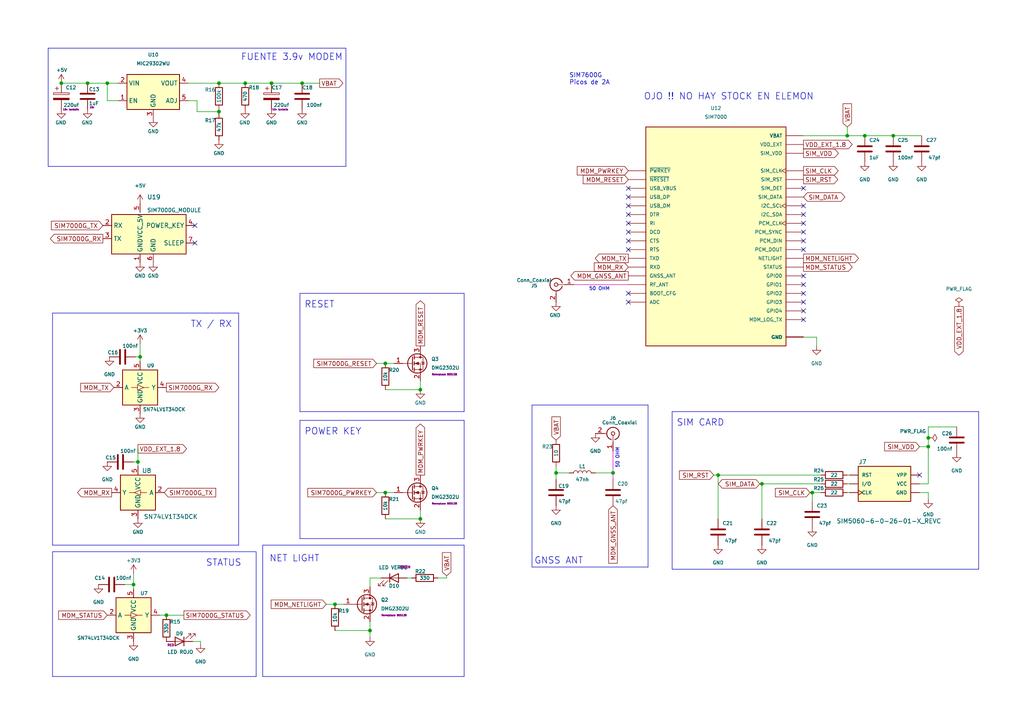
<source format=kicad_sch>
(kicad_sch (version 20230121) (generator eeschema)
  (paper "A4")
  (lib_symbols
    (symbol "Connector:Conn_Coaxial" (pin_names (offset 1.016) hide)
      (property "Reference" "J" (at 0.254 3.048 0))
      (property "Value" "Conn_Coaxial" (at 2.921 0 90))
      (symbol "Conn_Coaxial_0_1"
        (arc (start -1.778 -0.508) (mid 0.222 -1.808) (end 1.778 0) (stroke (width 0.254)))
        (polyline (pts (xy -2.54 0) (xy -0.508 0)))
        (polyline (pts (xy 0 -2.54) (xy 0 -1.778)))
        (circle (center 0 0) (radius 0.508) (stroke (width 0.2032)))
        (arc (start 1.778 0) (mid 0.222 1.8083) (end -1.778 0.508) (stroke (width 0.254)))
      )
      (symbol "Conn_Coaxial_1_1"
        (pin passive line (at -5.08 0 0) (length 2.54) (name "In") (number "1"))
        (pin passive line (at 0 -5.08 90) (length 2.54) (name "Ext") (number "2"))
      )
    )
    (symbol "Device:C" (pin_numbers hide) (pin_names (offset 0.254))
      (property "Reference" "C" (at 0.635 2.54 0))
      (property "Value" "C" (at 0.635 -2.54 0))
      (symbol "C_0_1"
        (polyline (pts (xy -2.032 -0.762) (xy 2.032 -0.762)) (stroke (width 0.508)))
        (polyline (pts (xy -2.032 0.762) (xy 2.032 0.762)) (stroke (width 0.508)))
      )
      (symbol "C_1_1"
        (pin passive line (at 0 3.81 270) (length 2.794) (name "~") (number "1"))
        (pin passive line (at 0 -3.81 90) (length 2.794) (name "~") (number "2"))
      )
    )
    (symbol "Device:C_Polarized" (pin_numbers hide) (pin_names (offset 0.254))
      (property "Reference" "C" (at 0.635 2.54 0))
      (property "Value" "C_Polarized" (at 0.635 -2.54 0))
      (symbol "C_Polarized_0_1"
        (rectangle (start -2.286 0.508) (end 2.286 1.016))
        (polyline (pts (xy -1.778 2.286) (xy -0.762 2.286)))
        (polyline (pts (xy -1.27 2.794) (xy -1.27 1.778)))
        (rectangle (start 2.286 -0.508) (end -2.286 -1.016) (fill (type outline)))
      )
      (symbol "C_Polarized_1_1"
        (pin passive line (at 0 3.81 270) (length 2.794) (name "~") (number "1"))
        (pin passive line (at 0 -3.81 90) (length 2.794) (name "~") (number "2"))
      )
    )
    (symbol "Device:L" (pin_numbers hide) (pin_names (offset 1.016) hide)
      (property "Reference" "L" (at -1.27 0 90))
      (property "Value" "L" (at 1.905 0 90))
      (symbol "L_0_1"
        (arc (start 0 -2.54) (mid 0.6323 -1.905) (end 0 -1.27))
        (arc (start 0 -1.27) (mid 0.6323 -0.635) (end 0 0))
        (arc (start 0 0) (mid 0.6323 0.635) (end 0 1.27))
        (arc (start 0 1.27) (mid 0.6323 1.905) (end 0 2.54))
      )
      (symbol "L_1_1"
        (pin passive line (at 0 3.81 270) (length 1.27) (name "1") (number "1"))
        (pin passive line (at 0 -3.81 90) (length 1.27) (name "2") (number "2"))
      )
    )
    (symbol "Device:LED" (pin_numbers hide) (pin_names (offset 1.016) hide)
      (property "Reference" "D" (at 0 2.54 0))
      (property "Value" "LED" (at 0 -2.54 0))
      (symbol "LED_0_1"
        (polyline (pts (xy -1.27 -1.27) (xy -1.27 1.27)) (stroke (width 0.254)))
        (polyline (pts (xy -1.27 0) (xy 1.27 0)))
        (polyline (pts (xy 1.27 -1.27) (xy 1.27 1.27) (xy -1.27 0) (xy 1.27 -1.27)) (stroke (width 0.254)))
        (polyline (pts (xy -3.048 -0.762) (xy -4.572 -2.286) (xy -3.81 -2.286) (xy -4.572 -2.286) (xy -4.572 -1.524)))
        (polyline (pts (xy -1.778 -0.762) (xy -3.302 -2.286) (xy -2.54 -2.286) (xy -3.302 -2.286) (xy -3.302 -1.524)))
      )
      (symbol "LED_1_1"
        (pin passive line (at -3.81 0 0) (length 2.54) (name "K") (number "1"))
        (pin passive line (at 3.81 0 180) (length 2.54) (name "A") (number "2"))
      )
    )
    (symbol "Device:R" (pin_numbers hide) (pin_names (offset 0))
      (property "Reference" "R" (at 2.032 0 90))
      (property "Value" "R" (at 0 0 90))
      (symbol "R_0_1"
        (rectangle (start -1.016 -2.54) (end 1.016 2.54) (stroke (width 0.254)))
      )
      (symbol "R_1_1"
        (pin passive line (at 0 3.81 270) (length 1.27) (name "~") (number "1"))
        (pin passive line (at 0 -3.81 90) (length 1.27) (name "~") (number "2"))
      )
    )
    (symbol "Logic_LevelTranslator:SN74LV1T34DCK"
      (property "Reference" "U" (at 5.08 6.35 0))
      (property "Value" "SN74LV1T34DCK" (at 5.08 3.81 0))
      (symbol "SN74LV1T34DCK_0_1"
        (rectangle (start -5.08 5.08) (end 5.08 -5.08) (stroke (width 0.254)) (fill (type background)))
        (polyline (pts (xy -0.762 0) (xy -2.54 0)))
        (polyline (pts (xy 1.016 0) (xy 2.54 0)))
      )
      (symbol "SN74LV1T34DCK_1_1"
        (polyline (pts (xy -0.762 -0.762) (xy -0.762 0.762) (xy 1.016 0) (xy -0.762 -0.762)))
        (pin no_connect line (at -5.08 2.54 0) (length 2.54) hide (name "NC") (number "1"))
        (pin input line (at -7.62 0 0) (length 2.54) (name "A") (number "2"))
        (pin power_in line (at 0 -7.62 90) (length 2.54) (name "GND") (number "3"))
        (pin output line (at 7.62 0 180) (length 2.54) (name "Y") (number "4"))
        (pin power_in line (at 0 7.62 270) (length 2.54) (name "VCC") (number "5"))
      )
    )
    (symbol "Mi Libreria:SIM5060-6-0-26-01-X_REVC" (pin_numbers hide) (pin_names (offset 1.016))
      (property "Reference" "J" (at -7.62 5.588 0))
      (property "Value" "SIM5060-6-0-26-01-X_REVC" (at -7.62 -7.62 0))
      (symbol "SIM5060-6-0-26-01-X_REVC_0_0"
        (rectangle (start -7.62 -5.08) (end 7.62 5.08) (stroke (width 0.254)) (fill (type background)))
        (pin power_in line (at 10.16 0 180) (length 2.54) (name "VCC") (number "C1"))
        (pin input line (at -10.16 2.54 0) (length 2.54) (name "RST") (number "C2"))
        (pin bidirectional clock (at -10.16 -2.54 0) (length 2.54) (name "CLK") (number "C3"))
        (pin power_in line (at 10.16 -2.54 180) (length 2.54) (name "GND") (number "C5"))
        (pin power_in line (at 10.16 2.54 180) (length 2.54) (name "VPP") (number "C6"))
        (pin bidirectional line (at -10.16 0 0) (length 2.54) (name "I/O") (number "C7"))
      )
    )
    (symbol "Mi Libreria:SIM7000" (pin_numbers hide) (pin_names (offset 1.016))
      (property "Reference" "U" (at -20.3454 34.3408 0))
      (property "Value" "SIM7000" (at -20.3454 -33.0708 0))
      (symbol "SIM7000_0_0"
        (rectangle (start -20.32 -30.48) (end 20.32 33.02) (stroke (width 0.254)) (fill (type background)))
        (pin input line (at -25.4 20.32 0) (length 5.08) (name "~{PWRKEY}") (number "1"))
        (pin input line (at -25.4 -7.62 0) (length 5.08) (name "RXD") (number "10"))
        (pin output clock (at 25.4 5.08 180) (length 5.08) (name "PCM_CLK") (number "11"))
        (pin output line (at 25.4 2.54 180) (length 5.08) (name "PCM_SYNC") (number "12"))
        (pin input line (at 25.4 0 180) (length 5.08) (name "PCM_DIN") (number "13"))
        (pin output line (at 25.4 -2.54 180) (length 5.08) (name "PCM_DOUT") (number "14"))
        (pin power_in line (at 25.4 27.94 180) (length 5.08) (name "VDD_EXT") (number "15"))
        (pin input line (at -25.4 17.78 0) (length 5.08) (name "~{NRESET}") (number "16"))
        (pin power_in line (at 25.4 -27.94 180) (length 5.08) (name "GND") (number "17"))
        (pin power_in line (at 25.4 -27.94 180) (length 5.08) (name "GND") (number "18"))
        (pin power_in line (at 25.4 -27.94 180) (length 5.08) (name "GND") (number "2"))
        (pin output line (at 25.4 -22.86 180) (length 5.08) (name "MDM_LOG_TX") (number "23"))
        (pin input line (at -25.4 15.24 0) (length 5.08) (name "USB_VBUS") (number "24"))
        (pin input line (at -25.4 -17.78 0) (length 5.08) (name "ADC") (number "25"))
        (pin bidirectional line (at -25.4 12.7 0) (length 5.08) (name "USB_DP") (number "27"))
        (pin bidirectional line (at -25.4 10.16 0) (length 5.08) (name "USB_DM") (number "28"))
        (pin power_in line (at 25.4 -27.94 180) (length 5.08) (name "GND") (number "29"))
        (pin input line (at -25.4 7.62 0) (length 5.08) (name "DTR") (number "3"))
        (pin power_in line (at 25.4 25.4 180) (length 5.08) (name "SIM_VDD") (number "30"))
        (pin bidirectional line (at 25.4 12.7 180) (length 5.08) (name "SIM_DATA") (number "31"))
        (pin output clock (at 25.4 20.32 180) (length 5.08) (name "SIM_CLK") (number "32"))
        (pin output line (at 25.4 17.78 180) (length 5.08) (name "SIM_RST") (number "33"))
        (pin input line (at 25.4 15.24 180) (length 5.08) (name "SIM_DET") (number "34"))
        (pin bidirectional line (at 25.4 7.62 180) (length 5.08) (name "I2C_SDA") (number "37"))
        (pin output clock (at 25.4 10.16 180) (length 5.08) (name "I2C_SCL") (number "38"))
        (pin power_in line (at 25.4 -27.94 180) (length 5.08) (name "GND") (number "39"))
        (pin output line (at -25.4 5.08 0) (length 5.08) (name "RI") (number "4"))
        (pin power_in line (at 25.4 -27.94 180) (length 5.08) (name "GND") (number "45"))
        (pin power_in line (at 25.4 -27.94 180) (length 5.08) (name "GND") (number "46"))
        (pin bidirectional line (at 25.4 -20.32 180) (length 5.08) (name "GPIO4") (number "48"))
        (pin bidirectional line (at 25.4 -12.7 180) (length 5.08) (name "GPIO1") (number "49"))
        (pin output line (at -25.4 2.54 0) (length 5.08) (name "DCD") (number "5"))
        (pin bidirectional line (at 25.4 -10.16 180) (length 5.08) (name "GPIO0") (number "50"))
        (pin output line (at 25.4 -5.08 180) (length 5.08) (name "NETLIGHT") (number "52"))
        (pin input line (at -25.4 -10.16 0) (length 5.08) (name "GNSS_ANT") (number "53"))
        (pin power_in line (at 25.4 -27.94 180) (length 5.08) (name "GND") (number "54"))
        (pin power_in line (at 25.4 30.48 180) (length 5.08) (name "VBAT") (number "55"))
        (pin power_in line (at 25.4 30.48 180) (length 5.08) (name "VBAT") (number "56"))
        (pin power_in line (at 25.4 30.48 180) (length 5.08) (name "VBAT") (number "57"))
        (pin power_in line (at 25.4 -27.94 180) (length 5.08) (name "GND") (number "58"))
        (pin power_in line (at 25.4 -27.94 180) (length 5.08) (name "GND") (number "59"))
        (pin input line (at -25.4 -15.24 0) (length 5.08) (name "BOOT_CFG") (number "6"))
        (pin bidirectional line (at -25.4 -12.7 0) (length 5.08) (name "RF_ANT") (number "60"))
        (pin power_in line (at 25.4 -27.94 180) (length 5.08) (name "GND") (number "61"))
        (pin power_in line (at 25.4 -27.94 180) (length 5.08) (name "GND") (number "62"))
        (pin power_in line (at 25.4 -27.94 180) (length 5.08) (name "GND") (number "63"))
        (pin power_in line (at 25.4 -27.94 180) (length 5.08) (name "GND") (number "64"))
        (pin power_in line (at 25.4 -27.94 180) (length 5.08) (name "GND") (number "65"))
        (pin output line (at 25.4 -7.62 180) (length 5.08) (name "STATUS") (number "66"))
        (pin bidirectional line (at 25.4 -15.24 180) (length 5.08) (name "GPIO2") (number "67"))
        (pin bidirectional line (at 25.4 -17.78 180) (length 5.08) (name "GPIO3") (number "68"))
        (pin output line (at -25.4 0 0) (length 5.08) (name "CTS") (number "7"))
        (pin input line (at -25.4 -2.54 0) (length 5.08) (name "RTS") (number "8"))
        (pin output line (at -25.4 -5.08 0) (length 5.08) (name "TXD") (number "9"))
      )
    )
    (symbol "Mi Libreria:SIM7000G_MODULE"
      (property "Reference" "U" (at -8.89 6.35 0))
      (property "Value" "SIM7000G_MODULE" (at -10.16 -8.89 0))
      (symbol "SIM7000G_MODULE_0_1"
        (rectangle (start -6.35 6.35) (end 15.24 -5.08) (stroke (width 0.254)) (fill (type background)))
      )
      (symbol "SIM7000G_MODULE_1_1"
        (pin power_in line (at 1.905 -7.62 90) (length 2.54) (name "GND") (number "1"))
        (pin bidirectional line (at -8.89 3.175 0) (length 2.54) (name "RX") (number "2"))
        (pin bidirectional line (at -8.89 -0.635 0) (length 2.54) (name "TX") (number "3"))
        (pin input line (at 17.78 3.175 180) (length 2.54) (name "POWER_KEY") (number "4"))
        (pin power_in line (at 1.905 9.525 270) (length 2.54) (name "VCC_5V") (number "5"))
        (pin power_in line (at 5.715 -7.62 90) (length 2.54) (name "GND") (number "6"))
        (pin input line (at 17.78 -1.905 180) (length 2.54) (name "SLEEP") (number "7"))
      )
    )
    (symbol "Regulator_Linear:MIC29302WU"
      (property "Reference" "U" (at -6.35 6.35 0))
      (property "Value" "MIC29302WU" (at 2.54 6.35 0))
      (symbol "MIC29302WU_1_1"
        (rectangle (start -7.62 5.08) (end 7.62 -5.08) (stroke (width 0.254)) (fill (type background)))
        (pin input line (at -10.16 -2.54 0) (length 2.54) (name "EN") (number "1"))
        (pin power_in line (at -10.16 2.54 0) (length 2.54) (name "VIN") (number "2"))
        (pin power_in line (at 0 -7.62 90) (length 2.54) (name "GND") (number "3"))
        (pin power_out line (at 10.16 2.54 180) (length 2.54) (name "VOUT") (number "4"))
        (pin input line (at 10.16 -2.54 180) (length 2.54) (name "ADJ") (number "5"))
      )
    )
    (symbol "Transistor_FET:DMG2302U" (pin_names hide)
      (property "Reference" "Q" (at 5.08 1.905 0))
      (property "Value" "DMG2302U" (at 5.08 0 0))
      (symbol "DMG2302U_0_1"
        (polyline (pts (xy 0.254 0) (xy -2.54 0)))
        (polyline (pts (xy 0.254 1.905) (xy 0.254 -1.905)) (stroke (width 0.254)))
        (polyline (pts (xy 0.762 -1.27) (xy 0.762 -2.286)) (stroke (width 0.254)))
        (polyline (pts (xy 0.762 0.508) (xy 0.762 -0.508)) (stroke (width 0.254)))
        (polyline (pts (xy 0.762 2.286) (xy 0.762 1.27)) (stroke (width 0.254)))
        (polyline (pts (xy 2.54 2.54) (xy 2.54 1.778)))
        (polyline (pts (xy 2.54 -2.54) (xy 2.54 0) (xy 0.762 0)))
        (polyline (pts (xy 0.762 -1.778) (xy 3.302 -1.778) (xy 3.302 1.778) (xy 0.762 1.778)))
        (polyline (pts (xy 1.016 0) (xy 2.032 0.381) (xy 2.032 -0.381) (xy 1.016 0)) (fill (type outline)))
        (polyline (pts (xy 2.794 0.508) (xy 2.921 0.381) (xy 3.683 0.381) (xy 3.81 0.254)))
        (polyline (pts (xy 3.302 0.381) (xy 2.921 -0.254) (xy 3.683 -0.254) (xy 3.302 0.381)))
        (circle (center 1.651 0) (radius 2.794) (stroke (width 0.254)))
        (circle (center 2.54 -1.778) (radius 0.254) (fill (type outline)))
        (circle (center 2.54 1.778) (radius 0.254) (fill (type outline)))
      )
      (symbol "DMG2302U_1_1"
        (pin input line (at -5.08 0 0) (length 2.54) (name "G") (number "1"))
        (pin passive line (at 2.54 -5.08 90) (length 2.54) (name "S") (number "2"))
        (pin passive line (at 2.54 5.08 270) (length 2.54) (name "D") (number "3"))
      )
    )
    (symbol "power:+3.3V" (power) (pin_names (offset 0))
      (property "Value" "+3.3V" (at 0 3.556 0))
      (symbol "+3.3V_0_1"
        (polyline (pts (xy -0.762 1.27) (xy 0 2.54)))
        (polyline (pts (xy 0 0) (xy 0 2.54)))
        (polyline (pts (xy 0 2.54) (xy 0.762 1.27)))
      )
      (symbol "+3.3V_1_1"
        (pin power_in line (at 0 0 90) (length 0) hide (name "+3V3") (number "1"))
      )
    )
    (symbol "power:+5V" (power) (pin_names (offset 0))
      (property "Value" "+5V" (at 0 3.556 0))
      (symbol "+5V_0_1"
        (polyline (pts (xy -0.762 1.27) (xy 0 2.54)))
        (polyline (pts (xy 0 0) (xy 0 2.54)))
        (polyline (pts (xy 0 2.54) (xy 0.762 1.27)))
      )
      (symbol "+5V_1_1"
        (pin power_in line (at 0 0 90) (length 0) hide (name "+5V") (number "1"))
      )
    )
    (symbol "power:GND" (power) (pin_names (offset 0))
      (property "Value" "GND" (at 0 -3.81 0))
      (symbol "GND_0_1"
        (polyline (pts (xy 0 0) (xy 0 -1.27) (xy 1.27 -1.27) (xy 0 -2.54) (xy -1.27 -1.27) (xy 0 -1.27)))
      )
      (symbol "GND_1_1"
        (pin power_in line (at 0 0 270) (length 0) hide (name "GND") (number "1"))
      )
    )
    (symbol "power:PWR_FLAG" (power) (pin_numbers hide) (pin_names (offset 0) hide)
      (property "Value" "PWR_FLAG" (at 0 3.81 0))
      (symbol "PWR_FLAG_0_0"
        (pin power_out line (at 0 0 90) (length 0) (name "pwr") (number "1"))
      )
      (symbol "PWR_FLAG_0_1"
        (polyline (pts (xy 0 0) (xy 0 1.27) (xy -1.016 1.905) (xy 0 2.54) (xy 1.016 1.905) (xy 0 1.27)))
      )
    )
  )
  (junction (at 111.76 105.41))
  (junction (at 121.92 113.03))
  (junction (at 78.74 24.13))
  (junction (at 177.8 137.16))
  (junction (at 63.5 24.13))
  (junction (at 269.24 129.54))
  (junction (at 25.4 24.13))
  (junction (at 40.005 133.985))
  (junction (at 31.115 24.13))
  (junction (at 245.745 39.37))
  (junction (at 17.78 24.13))
  (junction (at 40.64 103.505))
  (junction (at 161.29 137.16))
  (junction (at 250.825 39.37))
  (junction (at 71.12 24.13))
  (junction (at 111.76 142.875))
  (junction (at 48.26 178.435))
  (junction (at 259.08 39.37))
  (junction (at 269.24 127))
  (junction (at 220.98 140.335))
  (junction (at 97.155 175.26))
  (junction (at 87.63 24.13))
  (junction (at 235.585 142.875))
  (junction (at 121.92 150.495))
  (junction (at 63.5 32.385))
  (junction (at 107.315 182.88))
  (junction (at 208.28 137.795))
  (junction (at 38.735 169.545))
  (no_connect (at 266.7 137.795))
  (no_connect (at 56.515 65.405))
  (no_connect (at 56.515 70.485))
  (no_connect (at 182.245 87.63))
  (no_connect (at 182.245 85.09))
  (no_connect (at 233.045 54.61))
  (no_connect (at 233.045 92.71))
  (no_connect (at 233.045 90.17))
  (no_connect (at 233.045 87.63))
  (no_connect (at 233.045 85.09))
  (no_connect (at 233.045 82.55))
  (no_connect (at 233.045 80.01))
  (no_connect (at 233.045 72.39))
  (no_connect (at 233.045 69.85))
  (no_connect (at 233.045 67.31))
  (no_connect (at 233.045 64.77))
  (no_connect (at 233.045 62.23))
  (no_connect (at 233.045 59.69))
  (no_connect (at 182.245 72.39))
  (no_connect (at 182.245 54.61))
  (no_connect (at 182.245 59.69))
  (no_connect (at 182.245 57.15))
  (no_connect (at 182.245 67.31))
  (no_connect (at 182.245 69.85))
  (no_connect (at 182.245 64.77))
  (no_connect (at 182.245 62.23))
  (polyline (pts (xy 15.24 160.02) (xy 74.295 160.02)))
  (wire (pts (xy 40.64 103.505) (xy 40.64 104.775)))
  (polyline (pts (xy 134.62 121.92) (xy 134.62 156.21)))
  (wire (pts (xy 235.585 142.875) (xy 234.95 142.875)))
  (polyline (pts (xy 134.62 158.115) (xy 76.2 158.115)))
  (polyline (pts (xy 76.2 196.215) (xy 134.62 196.215)))
  (wire (pts (xy 207.01 137.795) (xy 208.28 137.795)))
  (wire (pts (xy 38.735 169.545) (xy 38.735 170.815)))
  (polyline (pts (xy 86.995 119.38) (xy 86.995 85.09)))
  (wire (pts (xy 266.7 129.54) (xy 269.24 129.54)))
  (wire (pts (xy 269.24 127) (xy 269.24 129.54)))
  (wire (pts (xy 208.28 137.795) (xy 208.28 150.495)))
  (wire (pts (xy 78.74 24.13) (xy 87.63 24.13)))
  (wire (pts (xy 17.78 24.13) (xy 25.4 24.13)))
  (wire (pts (xy 245.745 39.37) (xy 250.825 39.37)))
  (polyline (pts (xy 86.995 85.09) (xy 134.62 85.09)))
  (wire (pts (xy 245.745 137.795) (xy 246.38 137.795)))
  (wire (pts (xy 250.825 39.37) (xy 259.08 39.37)))
  (wire (pts (xy 39.37 103.505) (xy 40.64 103.505)))
  (wire (pts (xy 111.76 113.03) (xy 121.92 113.03)))
  (wire (pts (xy 177.8 137.16) (xy 177.8 139.065)) (stroke (width 0) (color 194 0 194 1)))
  (polyline (pts (xy 100.33 48.26) (xy 13.97 48.26)))
  (wire (pts (xy 57.15 32.385) (xy 57.15 29.21)))
  (wire (pts (xy 107.315 182.88) (xy 107.315 184.785)))
  (polyline (pts (xy 13.97 13.97) (xy 100.33 13.97)))
  (polyline (pts (xy 15.24 90.805) (xy 69.215 90.805)))
  (polyline (pts (xy 15.24 90.805) (xy 15.24 158.115)))
  (wire (pts (xy 161.29 139.065) (xy 161.29 137.16)))
  (polyline (pts (xy 86.995 156.21) (xy 86.995 121.92)))
  (wire (pts (xy 269.24 142.875) (xy 269.24 144.78)))
  (wire (pts (xy 245.745 142.875) (xy 246.38 142.875)))
  (wire (pts (xy 94.615 175.26) (xy 97.155 175.26)))
  (wire (pts (xy 111.76 142.875) (xy 114.3 142.875)))
  (wire (pts (xy 87.63 24.13) (xy 92.71 24.13)))
  (wire (pts (xy 177.8 130.81) (xy 177.8 137.16)) (stroke (width 0) (color 194 0 194 1)))
  (wire (pts (xy 269.24 140.335) (xy 266.7 140.335)))
  (wire (pts (xy 63.5 24.13) (xy 71.12 24.13)))
  (wire (pts (xy 238.125 142.875) (xy 235.585 142.875)))
  (wire (pts (xy 109.22 142.875) (xy 111.76 142.875)))
  (wire (pts (xy 220.98 140.335) (xy 220.98 150.495)))
  (wire (pts (xy 277.495 123.825) (xy 269.24 123.825)))
  (wire (pts (xy 57.15 29.21) (xy 54.61 29.21)))
  (wire (pts (xy 208.28 137.795) (xy 238.125 137.795)))
  (wire (pts (xy 245.745 36.83) (xy 245.745 39.37)))
  (wire (pts (xy 236.855 100.33) (xy 236.855 97.79)))
  (polyline (pts (xy 74.295 196.215) (xy 15.24 196.215)))
  (polyline (pts (xy 187.96 117.475) (xy 187.96 164.465)))
  (polyline (pts (xy 15.24 160.02) (xy 15.24 196.215)))
  (wire (pts (xy 25.4 24.13) (xy 31.115 24.13)))
  (polyline (pts (xy 194.945 165.1) (xy 283.845 165.1)))
  (wire (pts (xy 58.166 186.055) (xy 58.166 186.817)))
  (wire (pts (xy 63.5 32.385) (xy 63.5 33.02)))
  (wire (pts (xy 259.08 39.37) (xy 267.335 39.37)))
  (polyline (pts (xy 100.33 13.97) (xy 100.33 48.26)))
  (polyline (pts (xy 283.845 119.38) (xy 194.945 119.38)))
  (wire (pts (xy 40.005 130.175) (xy 40.005 133.985)))
  (wire (pts (xy 40.005 133.985) (xy 40.005 135.255)))
  (polyline (pts (xy 69.215 158.115) (xy 15.24 158.115)))
  (wire (pts (xy 121.92 110.49) (xy 121.92 113.03)))
  (wire (pts (xy 31.115 24.13) (xy 34.29 24.13)))
  (wire (pts (xy 63.5 32.385) (xy 57.15 32.385)))
  (polyline (pts (xy 76.2 158.115) (xy 76.2 196.215)))
  (wire (pts (xy 107.315 180.34) (xy 107.315 182.88)))
  (wire (pts (xy 110.49 167.64) (xy 107.315 167.64)))
  (polyline (pts (xy 69.215 90.805) (xy 69.215 158.115)))
  (wire (pts (xy 269.24 129.54) (xy 269.24 140.335)))
  (wire (pts (xy 161.29 135.255) (xy 161.29 137.16)))
  (polyline (pts (xy 134.62 156.21) (xy 86.995 156.21)))
  (polyline (pts (xy 283.845 119.38) (xy 283.845 165.1)))
  (wire (pts (xy 266.7 142.875) (xy 269.24 142.875)))
  (wire (pts (xy 233.045 39.37) (xy 245.745 39.37)))
  (wire (pts (xy 55.88 186.055) (xy 58.166 186.055)))
  (wire (pts (xy 172.72 137.16) (xy 177.8 137.16)))
  (polyline (pts (xy 187.96 164.465) (xy 154.305 164.465)))
  (wire (pts (xy 107.315 167.64) (xy 107.315 170.18)))
  (wire (pts (xy 38.735 166.37) (xy 38.735 169.545)))
  (wire (pts (xy 46.355 178.435) (xy 48.26 178.435)))
  (wire (pts (xy 233.045 97.79) (xy 236.855 97.79)))
  (wire (pts (xy 235.585 142.875) (xy 235.585 145.415)))
  (wire (pts (xy 220.98 140.335) (xy 220.345 140.335)))
  (wire (pts (xy 97.155 175.26) (xy 99.695 175.26)))
  (wire (pts (xy 40.64 99.695) (xy 40.64 103.505)))
  (wire (pts (xy 129.54 167.64) (xy 129.54 167.005)))
  (polyline (pts (xy 13.97 13.97) (xy 13.97 48.26)))
  (wire (pts (xy 97.155 182.88) (xy 107.315 182.88)))
  (wire (pts (xy 166.37 82.55) (xy 182.245 82.55)) (stroke (width 0) (color 194 0 194 1)))
  (polyline (pts (xy 154.305 117.475) (xy 154.305 164.465)))
  (polyline (pts (xy 134.62 119.38) (xy 86.995 119.38)))
  (polyline (pts (xy 194.945 119.38) (xy 194.945 165.1)))
  (wire (pts (xy 71.12 24.13) (xy 78.74 24.13)))
  (wire (pts (xy 111.76 105.41) (xy 114.3 105.41)))
  (wire (pts (xy 54.61 24.13) (xy 63.5 24.13)))
  (wire (pts (xy 48.26 178.435) (xy 53.34 178.435)))
  (polyline (pts (xy 74.295 160.02) (xy 74.295 196.215)))
  (wire (pts (xy 111.76 150.495) (xy 121.92 150.495)))
  (wire (pts (xy 161.29 137.16) (xy 165.1 137.16)))
  (polyline (pts (xy 154.305 117.475) (xy 187.96 117.475)))
  (polyline (pts (xy 86.995 121.92) (xy 134.62 121.92)))
  (polyline (pts (xy 134.62 158.115) (xy 134.62 196.215)))
  (wire (pts (xy 36.195 169.545) (xy 38.735 169.545)))
  (wire (pts (xy 238.125 140.335) (xy 220.98 140.335)))
  (wire (pts (xy 38.735 133.985) (xy 40.005 133.985)))
  (polyline (pts (xy 134.62 85.09) (xy 134.62 119.38)))
  (wire (pts (xy 127 167.64) (xy 129.54 167.64)))
  (wire (pts (xy 121.92 147.955) (xy 121.92 150.495)))
  (wire (pts (xy 63.5 31.75) (xy 63.5 32.385)))
  (wire (pts (xy 245.745 140.335) (xy 246.38 140.335)))
  (wire (pts (xy 269.24 123.825) (xy 269.24 127)))
  (wire (pts (xy 34.29 29.21) (xy 31.115 29.21)))
  (wire (pts (xy 31.115 29.21) (xy 31.115 24.13)))
  (wire (pts (xy 109.22 105.41) (xy 111.76 105.41)))
  (wire (pts (xy 118.11 167.64) (xy 119.38 167.64)))
  (text "SIM CARD" (at 196.215 123.825 0) (effects (font (size 1.905 1.905)) (justify left bottom)))
  (text "POWER KEY" (at 88.265 126.365 0) (effects (font (size 1.905 1.905)) (justify left bottom)))
  (text "TX / RX" (at 55.245 95.25 0) (effects (font (size 1.905 1.905)) (justify left bottom)))
  (text "50 OHM" (at 179.705 135.89 90) (effects (font (size 1 1)) (justify left bottom)))
  (text "RESET" (at 88.265 89.535 0) (effects (font (size 1.905 1.905)) (justify left bottom)))
  (text "NET LIGHT" (at 78.105 163.195 0) (effects (font (size 1.905 1.905)) (justify left bottom)))
  (text "OJO !! NO HAY STOCK EN ELEMON" (at 186.69 29.21 0) (effects (font (size 1.905 1.905)) (justify left bottom)))
  (text "FUENTE 3.9v MODEM " (at 69.85 17.78 0) (effects (font (size 1.905 1.905)) (justify left bottom)))
  (text "STATUS" (at 59.69 164.465 0) (effects (font (size 1.905 1.905)) (justify left bottom)))
  (text "GNSS ANT" (at 154.94 163.83 0) (effects (font (size 1.905 1.905)) (justify left bottom)))
  (text "50 OHM" (at 170.815 84.455 0) (effects (font (size 1 1)) (justify left bottom)))
  (text "SIM7600G\nPicos de 2A" (at 165.1 24.765 0) (effects (font (size 1.27 1.27)) (justify left bottom)))
  (global_label "SIM_RST" (shape output) (at 233.045 52.07 0) (effects (font (size 1.25 1.25))) (property "Intersheetrefs" "${INTERSHEET_REFS}" (effects hide)) (property "Referencias entre hojas" "${INTERSHEET_REFS}" (effects hide)))
  (global_label "MDM_NETLIGHT" (shape input) (at 94.615 175.26 180) (effects (font (size 1.25 1.25))) (property "Intersheetrefs" "${INTERSHEET_REFS}" (effects hide)) (property "Referencias entre hojas" "${INTERSHEET_REFS}" (effects hide)))
  (global_label "VBAT" (shape output) (at 92.71 24.13 0) (effects (font (size 1.25 1.25))) (property "Intersheetrefs" "${INTERSHEET_REFS}" (effects hide)) (property "Referencias entre hojas" "${INTERSHEET_REFS}" (effects hide)))
  (global_label "SIM_CLK" (shape input) (at 234.95 142.875 180) (effects (font (size 1.25 1.25))) (property "Intersheetrefs" "${INTERSHEET_REFS}" (effects hide)) (property "Referencias entre hojas" "${INTERSHEET_REFS}" (effects hide)))
  (global_label "VBAT" (shape input) (at 161.29 127.635 90) (effects (font (size 1.25 1.25))) (property "Intersheetrefs" "${INTERSHEET_REFS}" (effects hide)) (property "Referencias entre hojas" "${INTERSHEET_REFS}" (effects hide)))
  (global_label "MDM_PWRKEY" (shape input) (at 182.245 49.53 180) (effects (font (size 1.25 1.25))) (property "Intersheetrefs" "${INTERSHEET_REFS}" (effects hide)) (property "Referencias entre hojas" "${INTERSHEET_REFS}" (effects hide)))
  (global_label "MDM_NETLIGHT" (shape output) (at 233.045 74.93 0) (effects (font (size 1.25 1.25))) (property "Intersheetrefs" "${INTERSHEET_REFS}" (effects hide)) (property "Referencias entre hojas" "${INTERSHEET_REFS}" (effects hide)))
  (global_label "MDM_RX" (shape input) (at 182.245 77.47 180) (effects (font (size 1.25 1.25))) (property "Intersheetrefs" "${INTERSHEET_REFS}" (effects hide)) (property "Referencias entre hojas" "${INTERSHEET_REFS}" (effects hide)))
  (global_label "SIM7000G_PWRKEY" (shape input) (at 109.22 142.875 180) (effects (font (size 1.25 1.25))) (property "Intersheetrefs" "${INTERSHEET_REFS}" (effects hide)) (property "Referencias entre hojas" "${INTERSHEET_REFS}" (effects hide)))
  (global_label "MDM_GNSS_ANT" (shape input) (at 177.8 146.685 270) (effects (font (size 1.25 1.25))) (property "Intersheetrefs" "${INTERSHEET_REFS}" (effects hide)) (property "Referencias entre hojas" "${INTERSHEET_REFS}" (effects hide)))
  (global_label "SIM7000G_TX" (shape input) (at 47.625 142.875 0) (property "Intersheetrefs" "${INTERSHEET_REFS}" (effects hide)) (property "Referencias entre hojas" "${INTERSHEET_REFS}" (effects hide)))
  (global_label "SIM_DATA" (shape bidirectional) (at 220.345 140.335 180) (effects (font (size 1.25 1.25))) (property "Intersheetrefs" "${INTERSHEET_REFS}" (effects hide)) (property "Referencias entre hojas" "${INTERSHEET_REFS}" (effects hide)))
  (global_label "MDM_STATUS" (shape input) (at 31.115 178.435 180) (effects (font (size 1.25 1.25))) (property "Intersheetrefs" "${INTERSHEET_REFS}" (effects hide)) (property "Referencias entre hojas" "${INTERSHEET_REFS}" (effects hide)))
  (global_label "VDD_EXT_1.8" (shape output) (at 278.13 88.9 270) (effects (font (size 1.25 1.25))) (property "Intersheetrefs" "${INTERSHEET_REFS}" (effects hide)) (property "Referencias entre hojas" "${INTERSHEET_REFS}" (effects hide)))
  (global_label "SIM_VDD" (shape output) (at 233.045 44.45 0) (effects (font (size 1.25 1.25))) (property "Intersheetrefs" "${INTERSHEET_REFS}" (effects hide)) (property "Referencias entre hojas" "${INTERSHEET_REFS}" (effects hide)))
  (global_label "SIM_RST" (shape input) (at 207.01 137.795 180) (effects (font (size 1.25 1.25))) (property "Intersheetrefs" "${INTERSHEET_REFS}" (effects hide)) (property "Referencias entre hojas" "${INTERSHEET_REFS}" (effects hide)))
  (global_label "SIM7000G_TX" (shape input) (at 29.845 65.405 180) (property "Intersheetrefs" "${INTERSHEET_REFS}" (effects hide)) (property "Referencias entre hojas" "${INTERSHEET_REFS}" (effects hide)))
  (global_label "MDM_STATUS" (shape output) (at 233.045 77.47 0) (effects (font (size 1.25 1.25))) (property "Intersheetrefs" "${INTERSHEET_REFS}" (effects hide)) (property "Referencias entre hojas" "${INTERSHEET_REFS}" (effects hide)))
  (global_label "SIM7000G_STATUS" (shape output) (at 53.34 178.435 0) (effects (font (size 1.25 1.25))) (property "Intersheetrefs" "${INTERSHEET_REFS}" (effects hide)) (property "Referencias entre hojas" "${INTERSHEET_REFS}" (effects hide)))
  (global_label "VDD_EXT_1.8" (shape output) (at 233.045 41.91 0) (effects (font (size 1.25 1.25))) (property "Intersheetrefs" "${INTERSHEET_REFS}" (effects hide)) (property "Referencias entre hojas" "${INTERSHEET_REFS}" (effects hide)))
  (global_label "VBAT" (shape input) (at 245.745 36.83 90) (effects (font (size 1.25 1.25))) (property "Intersheetrefs" "${INTERSHEET_REFS}" (effects hide)) (property "Referencias entre hojas" "${INTERSHEET_REFS}" (effects hide)))
  (global_label "SIM_CLK" (shape output) (at 233.045 49.53 0) (effects (font (size 1.25 1.25))) (property "Intersheetrefs" "${INTERSHEET_REFS}" (effects hide)) (property "Referencias entre hojas" "${INTERSHEET_REFS}" (effects hide)))
  (global_label "MDM_PWRKEY" (shape output) (at 121.92 137.795 90) (effects (font (size 1.25 1.25))) (property "Intersheetrefs" "${INTERSHEET_REFS}" (effects hide)) (property "Referencias entre hojas" "${INTERSHEET_REFS}" (effects hide)))
  (global_label "SIM7000G_RX" (shape output) (at 29.845 69.215 180) (property "Intersheetrefs" "${INTERSHEET_REFS}" (effects hide)) (property "Referencias entre hojas" "${INTERSHEET_REFS}" (effects hide)))
  (global_label "MDM_RESET" (shape output) (at 121.92 100.33 90) (effects (font (size 1.25 1.25))) (property "Intersheetrefs" "${INTERSHEET_REFS}" (effects hide)) (property "Referencias entre hojas" "${INTERSHEET_REFS}" (effects hide)))
  (global_label "MDM_RX" (shape output) (at 32.385 142.875 180) (effects (font (size 1.25 1.25))) (property "Intersheetrefs" "${INTERSHEET_REFS}" (effects hide)) (property "Referencias entre hojas" "${INTERSHEET_REFS}" (effects hide)))
  (global_label "VBAT" (shape input) (at 129.54 167.005 90) (effects (font (size 1.25 1.25))) (property "Intersheetrefs" "${INTERSHEET_REFS}" (effects hide)) (property "Referencias entre hojas" "${INTERSHEET_REFS}" (effects hide)))
  (global_label "SIM_DATA" (shape bidirectional) (at 233.045 57.15 0) (effects (font (size 1.25 1.25))) (property "Intersheetrefs" "${INTERSHEET_REFS}" (effects hide)) (property "Referencias entre hojas" "${INTERSHEET_REFS}" (effects hide)))
  (global_label "MDM_RESET" (shape input) (at 182.245 52.07 180) (effects (font (size 1.25 1.25))) (property "Intersheetrefs" "${INTERSHEET_REFS}" (effects hide)) (property "Referencias entre hojas" "${INTERSHEET_REFS}" (effects hide)))
  (global_label "MDM_TX" (shape output) (at 182.245 74.93 180) (effects (font (size 1.25 1.25))) (property "Intersheetrefs" "${INTERSHEET_REFS}" (effects hide)) (property "Referencias entre hojas" "${INTERSHEET_REFS}" (effects hide)))
  (global_label "SIM7000G_RX" (shape output) (at 48.26 112.395 0) (property "Intersheetrefs" "${INTERSHEET_REFS}" (effects hide)) (property "Referencias entre hojas" "${INTERSHEET_REFS}" (effects hide)))
  (global_label "SIM_VDD" (shape input) (at 266.7 129.54 180) (effects (font (size 1.25 1.25))) (property "Intersheetrefs" "${INTERSHEET_REFS}" (effects hide)) (property "Referencias entre hojas" "${INTERSHEET_REFS}" (effects hide)))
  (global_label "VDD_EXT_1.8" (shape output) (at 40.005 130.175 0) (effects (font (size 1.25 1.25))) (property "Intersheetrefs" "${INTERSHEET_REFS}" (effects hide)) (property "Referencias entre hojas" "${INTERSHEET_REFS}" (effects hide)))
  (global_label "SIM7000G_RESET" (shape input) (at 109.22 105.41 180) (effects (font (size 1.25 1.25))) (property "Intersheetrefs" "${INTERSHEET_REFS}" (effects hide)) (property "Referencias entre hojas" "${INTERSHEET_REFS}" (effects hide)))
  (global_label "MDM_GNSS_ANT" (shape output) (at 182.245 80.01 180) (effects (font (size 1.25 1.25))) (property "Intersheetrefs" "${INTERSHEET_REFS}" (effects hide)) (property "Referencias entre hojas" "${INTERSHEET_REFS}" (effects hide)))
  (global_label "MDM_TX" (shape input) (at 33.02 112.395 180) (effects (font (size 1.25 1.25))) (property "Intersheetrefs" "${INTERSHEET_REFS}" (effects hide)) (property "Referencias entre hojas" "${INTERSHEET_REFS}" (effects hide)))
  (symbol (lib_id "power:+5V") (at 40.64 59.055 0) (unit 1)
    (property "Reference" "#PWR0131" (effects hide))
    (property "Value" "+5V" (at 40.64 53.848 0) (effects (font (size 1 1))))
  )
  (symbol (lib_id "Transistor_FET:DMG2302U") (at 119.38 142.875 0) (unit 1)
    (property "Reference" "Q4" (at 125.095 141.6049 0) (effects (font (size 1 1)) (justify left)))
    (property "Value" "DMG2302U" (at 125.095 144.1449 0) (effects (font (size 1 1)) (justify left)))
    (property "Footprint" "Package_TO_SOT_SMD:SOT-23" (effects hide))
    (property "Datasheet" "http://www.diodes.com/assets/Datasheets/DMG2302U.pdf" (effects hide))
    (property "Info" "Remeplazo BSS138" (at 128.905 146.05 0) (effects (font (size 0.5 0.5))))
  )
  (symbol (lib_id "power:GND") (at 31.75 103.505 0) (unit 1)
    (property "Reference" "#PWR063" (effects hide))
    (property "Value" "GND" (at 31.75 108.585 0) (effects (font (size 1 1))))
  )
  (symbol (lib_id "Device:R") (at 97.155 179.07 180) (unit 1)
    (property "Reference" "R19" (at 99.695 177.165 0) (effects (font (size 1 1))))
    (property "Value" "10k" (at 97.155 179.07 90) (effects (font (size 1 1))))
    (property "Footprint" "Resistor_SMD:R_0805_2012Metric_Pad1.20x1.40mm_HandSolder" (effects hide))
  )
  (symbol (lib_id "power:GND") (at 25.4 31.75 0) (unit 1)
    (property "Reference" "#PWR060" (effects hide))
    (property "Value" "GND" (at 25.273 35.56 0) (effects (font (size 1 1))))
  )
  (symbol (lib_id "Device:C") (at 250.825 43.18 0) (unit 1)
    (property "Reference" "C24" (at 252.095 40.64 0) (effects (font (size 1 1)) (justify left)))
    (property "Value" "1uF" (at 252.095 45.72 0) (effects (font (size 1 1)) (justify left)))
    (property "Footprint" "Capacitor_SMD:C_0805_2012Metric_Pad1.18x1.45mm_HandSolder" (effects hide))
    (property "Elemon" "CA3279945" (effects hide))
  )
  (symbol (lib_id "power:GND") (at 40.64 120.015 0) (unit 1)
    (property "Reference" "#PWR070" (effects hide))
    (property "Value" "GND" (at 40.64 123.825 0) (effects (font (size 1 1))))
  )
  (symbol (lib_id "Mi Libreria:SIM7000G_MODULE") (at 38.735 68.58 0) (unit 1)
    (property "Reference" "U19" (at 42.6594 57.15 0) (effects (justify left)))
    (property "Value" "SIM7000G_MODULE" (at 42.6594 60.96 0) (effects (font (size 1.1 1.1)) (justify left)))
    (property "Footprint" "Mis huellas:SIM7000G_MODULE" (effects hide))
  )
  (symbol (lib_id "Device:R") (at 63.5 36.83 180) (unit 1)
    (property "Reference" "R17" (at 60.96 34.925 0) (effects (font (size 1 1))))
    (property "Value" "47k" (at 63.5 36.83 90) (effects (font (size 1 1))))
    (property "Footprint" "Resistor_SMD:R_0805_2012Metric_Pad1.20x1.40mm_HandSolder" (effects hide))
    (property "Elemon" "RS3896284" (effects hide))
  )
  (symbol (lib_id "Device:R") (at 71.12 27.94 180) (unit 1)
    (property "Reference" "R18" (at 73.66 25.4 0) (effects (font (size 1 1))))
    (property "Value" "470" (at 71.12 27.94 90) (effects (font (size 1 1))))
    (property "Footprint" "Resistor_SMD:R_0805_2012Metric_Pad1.20x1.40mm_HandSolder" (effects hide))
    (property "Elemon" "RS3896164" (effects hide))
  )
  (symbol (lib_id "power:GND") (at 78.74 31.75 0) (unit 1)
    (property "Reference" "#PWR075" (effects hide))
    (property "Value" "GND" (at 78.74 35.56 0) (effects (font (size 1 1))))
  )
  (symbol (lib_id "power:PWR_FLAG") (at 269.24 127 270) (mirror x) (unit 1)
    (property "Reference" "#FLG06" (effects hide))
    (property "Value" "PWR_FLAG" (at 264.795 125.095 90) (effects (font (size 1 1))))
  )
  (symbol (lib_id "power:GND") (at 44.45 76.2 0) (unit 1)
    (property "Reference" "#PWR0130" (effects hide))
    (property "Value" "GND" (at 44.45 80.01 0) (effects (font (size 1 1))))
  )
  (symbol (lib_id "power:GND") (at 17.78 31.75 0) (unit 1)
    (property "Reference" "#PWR059" (effects hide))
    (property "Value" "GND" (at 17.653 35.56 0) (effects (font (size 1 1))))
  )
  (symbol (lib_id "power:GND") (at 71.12 31.75 0) (unit 1)
    (property "Reference" "#PWR074" (effects hide))
    (property "Value" "GND" (at 70.993 35.56 0) (effects (font (size 1 1))))
  )
  (symbol (lib_id "Device:R") (at 241.935 137.795 90) (unit 1)
    (property "Reference" "R24" (at 237.49 136.525 90) (effects (font (size 1 1))))
    (property "Value" "22" (at 241.935 137.795 90) (effects (font (size 1 1))))
    (property "Footprint" "Resistor_SMD:R_0805_2012Metric_Pad1.20x1.40mm_HandSolder" (effects hide))
    (property "Elemon" "RS3896085" (effects hide))
  )
  (symbol (lib_id "Device:C") (at 267.335 43.18 0) (unit 1)
    (property "Reference" "C27" (at 268.605 40.64 0) (effects (font (size 1 1)) (justify left)))
    (property "Value" "47pf" (at 269.24 45.72 0) (effects (font (size 1 1)) (justify left)))
    (property "Footprint" "Capacitor_SMD:C_0805_2012Metric_Pad1.18x1.45mm_HandSolder" (effects hide))
    (property "Elemon" "CA3278600" (effects hide))
  )
  (symbol (lib_id "Device:R") (at 123.19 167.64 270) (unit 1)
    (property "Reference" "R22" (at 121.92 165.735 90) (effects (font (size 1 1))))
    (property "Value" "330" (at 123.19 167.64 90) (effects (font (size 1 1))))
    (property "Footprint" "Resistor_SMD:R_0805_2012Metric_Pad1.20x1.40mm_HandSolder" (effects hide))
    (property "Elemon" "RS3896156" (effects hide))
  )
  (symbol (lib_id "Logic_LevelTranslator:SN74LV1T34DCK") (at 40.005 142.875 0) (mirror y) (unit 1)
    (property "Reference" "U8" (at 42.545 136.525 0))
    (property "Value" "SN74LV1T34DCK" (at 49.53 149.86 0))
    (property "Footprint" "Package_TO_SOT_SMD:SOT-353_SC-70-5" (effects hide))
    (property "Datasheet" "https://www.ti.com/lit/ds/symlink/sn74lv1t34.pdf" (effects hide))
    (property "Elemon" "CI2787067" (effects hide))
  )
  (symbol (lib_id "Transistor_FET:DMG2302U") (at 119.38 105.41 0) (unit 1)
    (property "Reference" "Q3" (at 125.095 104.1399 0) (effects (font (size 1 1)) (justify left)))
    (property "Value" "DMG2302U" (at 125.095 106.6799 0) (effects (font (size 1 1)) (justify left)))
    (property "Footprint" "Package_TO_SOT_SMD:SOT-23" (effects hide))
    (property "Datasheet" "http://www.diodes.com/assets/Datasheets/DMG2302U.pdf" (effects hide))
    (property "Info" "Remeplazo BSS138" (at 128.905 108.585 0) (effects (font (size 0.5 0.5))))
  )
  (symbol (lib_id "power:GND") (at 31.115 133.985 0) (unit 1)
    (property "Reference" "#PWR062" (effects hide))
    (property "Value" "GND" (at 31.115 139.065 0) (effects (font (size 1 1))))
  )
  (symbol (lib_id "Device:LED") (at 114.3 167.64 0) (unit 1)
    (property "Reference" "D10" (at 114.3 169.926 0) (effects (font (size 1 1))))
    (property "Value" "LED VERDE" (at 114.046 164.592 0) (effects (font (size 1 1))))
    (property "Footprint" "LED_SMD:LED_1206_3216Metric_Pad1.42x1.75mm_HandSolder" (effects hide))
    (property "Data" "GREEN" (at 117.475 164.465 0) (effects (font (size 0.635 0.635))))
    (property "Elemon" "OP1574081" (effects hide))
  )
  (symbol (lib_id "Mi Libreria:SIM5060-6-0-26-01-X_REVC") (at 256.54 140.335 0) (unit 1)
    (property "Reference" "J7" (at 250.19 133.985 0))
    (property "Value" "SIM5060-6-0-26-01-X_REVC" (at 257.81 151.13 0))
    (property "Footprint" "Mis huellas:GCT_SIM5060-6-0-26-01-X_REVC" (effects hide))
    (property "MANUFACTURER" "GCT" (effects hide))
    (property "Elemon" "RF9109533" (effects hide))
  )
  (symbol (lib_id "Device:C") (at 35.56 103.505 90) (unit 1)
    (property "Reference" "C16" (at 34.29 102.235 90) (effects (font (size 1 1)) (justify left)))
    (property "Value" "100nf" (at 40.005 100.33 90) (effects (font (size 1 1)) (justify left)))
    (property "Footprint" "Capacitor_SMD:C_0805_2012Metric_Pad1.18x1.45mm_HandSolder" (effects hide))
    (property "Elemon" "CA3279775" (effects hide))
  )
  (symbol (lib_id "power:PWR_FLAG") (at 278.13 88.9 0) (unit 1)
    (property "Reference" "#FLG07" (effects hide))
    (property "Value" "PWR_FLAG" (at 278.13 83.82 0) (effects (font (size 1 1))))
  )
  (symbol (lib_id "Device:R") (at 111.76 109.22 180) (unit 1)
    (property "Reference" "R20" (at 114.3 107.315 0) (effects (font (size 1 1))))
    (property "Value" "10k" (at 111.76 109.22 90) (effects (font (size 1 1))))
    (property "Footprint" "Resistor_SMD:R_0805_2012Metric_Pad1.20x1.40mm_HandSolder" (effects hide))
  )
  (symbol (lib_id "power:+5V") (at 17.78 24.13 0) (unit 1)
    (property "Reference" "#PWR058" (effects hide))
    (property "Value" "+5V" (at 17.907 20.32 0) (effects (font (size 1 1))))
  )
  (symbol (lib_id "power:GND") (at 235.585 153.035 0) (unit 1)
    (property "Reference" "#PWR086" (effects hide))
    (property "Value" "GND" (at 235.585 158.115 0) (effects (font (size 1 1))))
  )
  (symbol (lib_id "Device:C") (at 220.98 154.305 0) (unit 1)
    (property "Reference" "C22" (at 222.25 151.765 0) (effects (font (size 1 1)) (justify left)))
    (property "Value" "47pf" (at 222.885 156.845 0) (effects (font (size 1 1)) (justify left)))
    (property "Footprint" "Capacitor_SMD:C_0805_2012Metric_Pad1.18x1.45mm_HandSolder" (effects hide))
    (property "Elemon" "CA3278600" (effects hide))
  )
  (symbol (lib_id "power:GND") (at 267.335 46.99 0) (unit 1)
    (property "Reference" "#PWR092" (effects hide))
    (property "Value" "GND" (at 267.335 52.07 0) (effects (font (size 1 1))))
  )
  (symbol (lib_id "power:GND") (at 40.64 76.2 0) (unit 1)
    (property "Reference" "#PWR0129" (effects hide))
    (property "Value" "GND" (at 40.64 80.01 0) (effects (font (size 1 1))))
  )
  (symbol (lib_id "power:GND") (at 250.825 46.99 0) (unit 1)
    (property "Reference" "#PWR089" (effects hide))
    (property "Value" "GND" (at 250.825 52.07 0) (effects (font (size 1 1))))
  )
  (symbol (lib_id "Connector:Conn_Coaxial") (at 177.8 125.73 270) (mirror x) (unit 1)
    (property "Reference" "J6" (at 177.8 121.285 90) (effects (font (size 1 1))))
    (property "Value" "Conn_Coaxial" (at 179.705 122.555 90) (effects (font (size 1 1))))
    (property "Footprint" "Connector_Coaxial:SMA_Amphenol_901-143_Horizontal" (effects hide))
    (property "Datasheet" " ~" (effects hide))
  )
  (symbol (lib_id "Device:C") (at 32.385 169.545 90) (unit 1)
    (property "Reference" "C14" (at 30.48 167.64 90) (effects (font (size 1 1)) (justify left)))
    (property "Value" "100nf" (at 38.1 167.64 90) (effects (font (size 1 1)) (justify left)))
    (property "Footprint" "Capacitor_SMD:C_0805_2012Metric_Pad1.18x1.45mm_HandSolder" (effects hide))
    (property "Elemon" "CA3279775" (effects hide))
  )
  (symbol (lib_id "Device:R") (at 241.935 142.875 90) (unit 1)
    (property "Reference" "R26" (at 237.49 141.605 90) (effects (font (size 1 1))))
    (property "Value" "22" (at 241.935 142.875 90) (effects (font (size 1 1))))
    (property "Footprint" "Resistor_SMD:R_0805_2012Metric_Pad1.20x1.40mm_HandSolder" (effects hide))
    (property "Elemon" "RS3896085" (effects hide))
  )
  (symbol (lib_id "Device:C") (at 208.28 154.305 0) (unit 1)
    (property "Reference" "C21" (at 209.55 151.765 0) (effects (font (size 1 1)) (justify left)))
    (property "Value" "47pf" (at 210.185 156.845 0) (effects (font (size 1 1)) (justify left)))
    (property "Footprint" "Capacitor_SMD:C_0805_2012Metric_Pad1.18x1.45mm_HandSolder" (effects hide))
    (property "Elemon" "CA3278600" (effects hide))
  )
  (symbol (lib_id "Device:R") (at 63.5 27.94 180) (unit 1)
    (property "Reference" "R16" (at 60.96 26.035 0) (effects (font (size 1 1))))
    (property "Value" "100k" (at 63.5 27.94 90) (effects (font (size 1 1))))
    (property "Footprint" "Resistor_SMD:R_0805_2012Metric_Pad1.20x1.40mm_HandSolder" (effects hide))
    (property "Elemon" "RS3896306" (effects hide))
  )
  (symbol (lib_id "Device:C") (at 34.925 133.985 90) (unit 1)
    (property "Reference" "C15" (at 33.655 132.715 90) (effects (font (size 1 1)) (justify left)))
    (property "Value" "100nf" (at 39.37 130.81 90) (effects (font (size 1 1)) (justify left)))
    (property "Footprint" "Capacitor_SMD:C_0805_2012Metric_Pad1.18x1.45mm_HandSolder" (effects hide))
    (property "Elemon" "CA3279775" (effects hide))
  )
  (symbol (lib_id "Device:C") (at 235.585 149.225 0) (unit 1)
    (property "Reference" "C23" (at 236.855 146.685 0) (effects (font (size 1 1)) (justify left)))
    (property "Value" "47pf" (at 237.49 151.765 0) (effects (font (size 1 1)) (justify left)))
    (property "Footprint" "Capacitor_SMD:C_0805_2012Metric_Pad1.18x1.45mm_HandSolder" (effects hide))
    (property "Elemon" "CA3278600" (effects hide))
  )
  (symbol (lib_id "Device:C_Polarized") (at 78.74 27.94 0) (unit 1)
    (property "Reference" "C17" (at 78.74 25.4 0) (effects (font (size 1 1)) (justify left)))
    (property "Value" "220uf" (at 79.375 30.48 0) (effects (font (size 1 1)) (justify left)))
    (property "Footprint" "Capacitor_Tantalum_SMD:CP_EIA-7343-31_Kemet-D_Pad2.25x2.55mm_HandSolder" (effects hide))
    (property "Data" "10v tantalio" (at 81.28 31.75 0) (effects (font (size 0.5 0.5))))
  )
  (symbol (lib_id "Logic_LevelTranslator:SN74LV1T34DCK") (at 40.64 112.395 0) (unit 1)
    (property "Reference" "U9" (at 43.688 106.045 0) (effects (font (size 1 1))))
    (property "Value" "SN74LV1T34DCK" (at 47.625 118.745 0) (effects (font (size 1 1))))
    (property "Footprint" "Package_TO_SOT_SMD:SOT-353_SC-70-5" (effects hide))
    (property "Datasheet" "https://www.ti.com/lit/ds/symlink/sn74lv1t34.pdf" (effects hide))
    (property "Elemon" "CI2787067" (effects hide))
  )
  (symbol (lib_id "Device:C") (at 87.63 27.94 0) (unit 1)
    (property "Reference" "C18" (at 87.63 25.4 0) (effects (font (size 1 1)) (justify left)))
    (property "Value" "100nf" (at 88.9 30.48 0) (effects (font (size 1 1)) (justify left)))
    (property "Footprint" "Capacitor_SMD:C_0805_2012Metric_Pad1.18x1.45mm_HandSolder" (effects hide))
    (property "Elemon" "CA3279775" (effects hide))
  )
  (symbol (lib_id "power:GND") (at 38.735 186.055 0) (unit 1)
    (property "Reference" "#PWR067" (effects hide))
    (property "Value" "GND" (at 38.735 191.135 0) (effects (font (size 1 1))))
  )
  (symbol (lib_id "Device:LED") (at 52.07 186.055 180) (unit 1)
    (property "Reference" "D9" (at 52.07 183.769 0) (effects (font (size 1 1))))
    (property "Value" "LED ROJO" (at 52.324 189.103 0) (effects (font (size 1 1))))
    (property "Footprint" "LED_SMD:LED_1206_3216Metric_Pad1.42x1.75mm_HandSolder" (effects hide))
    (property "Data" "RED" (at 49.53 187.071 0) (effects (font (size 0.635 0.635))))
    (property "Elemon" "OP1574070" (effects hide))
  )
  (symbol (lib_id "Connector:Conn_Coaxial") (at 161.29 82.55 0) (mirror y) (unit 1)
    (property "Reference" "J5" (at 154.94 82.8432 0) (effects (font (size 1 1))))
    (property "Value" "Conn_Coaxial" (at 154.94 81.28 0) (effects (font (size 1 1))))
    (property "Footprint" "Connector_Coaxial:SMA_Amphenol_901-143_Horizontal" (effects hide))
    (property "Datasheet" " ~" (effects hide))
  )
  (symbol (lib_id "power:GND") (at 40.005 150.495 0) (unit 1)
    (property "Reference" "#PWR068" (effects hide))
    (property "Value" "GND" (at 40.005 154.305 0) (effects (font (size 1 1))))
  )
  (symbol (lib_id "power:GND") (at 121.92 150.495 0) (unit 1)
    (property "Reference" "#PWR079" (effects hide))
    (property "Value" "GND" (at 121.92 154.305 0) (effects (font (size 1 1))))
  )
  (symbol (lib_id "power:GND") (at 63.5 40.64 0) (unit 1)
    (property "Reference" "#PWR073" (effects hide))
    (property "Value" "GND" (at 63.5 44.45 0) (effects (font (size 1 1))))
  )
  (symbol (lib_id "power:GND") (at 269.24 144.78 0) (unit 1)
    (property "Reference" "#PWR088" (effects hide))
    (property "Value" "GND" (at 269.24 149.225 0) (effects (font (size 1 1))))
  )
  (symbol (lib_id "Device:R") (at 161.29 131.445 0) (unit 1)
    (property "Reference" "R23" (at 158.75 129.54 0) (effects (font (size 1 1))))
    (property "Value" "10" (at 161.29 131.445 90) (effects (font (size 1 1))))
    (property "Footprint" "Resistor_SMD:R_0805_2012Metric_Pad1.20x1.40mm_HandSolder" (effects hide))
    (property "Elemon" "RS3896066" (effects hide))
  )
  (symbol (lib_id "Device:C") (at 277.495 127.635 0) (mirror y) (unit 1)
    (property "Reference" "C26" (at 276.225 125.73 0) (effects (font (size 1 1)) (justify left)))
    (property "Value" "100nf" (at 276.225 130.175 0) (effects (font (size 1 1)) (justify left)))
    (property "Footprint" "Capacitor_SMD:C_0805_2012Metric_Pad1.18x1.45mm_HandSolder" (effects hide))
    (property "Elemon" "CA3279775" (effects hide))
  )
  (symbol (lib_id "Device:R") (at 111.76 146.685 180) (unit 1)
    (property "Reference" "R21" (at 114.3 144.78 0) (effects (font (size 1 1))))
    (property "Value" "10k" (at 111.76 146.685 90) (effects (font (size 1 1))))
    (property "Footprint" "Resistor_SMD:R_0805_2012Metric_Pad1.20x1.40mm_HandSolder" (effects hide))
  )
  (symbol (lib_id "power:GND") (at 161.29 146.685 0) (unit 1)
    (property "Reference" "#PWR082" (effects hide))
    (property "Value" "GND" (at 161.29 151.765 0) (effects (font (size 1 1))))
  )
  (symbol (lib_id "power:+3.3V") (at 40.64 99.695 0) (unit 1)
    (property "Reference" "#PWR069" (effects hide))
    (property "Value" "+3.3V" (at 40.64 95.885 0) (effects (font (size 1 1))))
  )
  (symbol (lib_id "Device:C") (at 177.8 142.875 0) (unit 1)
    (property "Reference" "C20" (at 179.07 140.335 0) (effects (font (size 1 1)) (justify left)))
    (property "Value" "47pf" (at 178.435 145.415 0) (effects (font (size 1 1)) (justify left)))
    (property "Footprint" "Capacitor_SMD:C_0805_2012Metric_Pad1.18x1.45mm_HandSolder" (effects hide))
    (property "Elemon" "CA3278600" (effects hide))
  )
  (symbol (lib_id "Device:R") (at 48.26 182.245 180) (unit 1)
    (property "Reference" "R15" (at 50.8 180.34 0) (effects (font (size 1 1))))
    (property "Value" "330" (at 48.26 182.245 90) (effects (font (size 1 1))))
    (property "Footprint" "Resistor_SMD:R_0805_2012Metric_Pad1.20x1.40mm_HandSolder" (effects hide))
    (property "Elemon" "RS3896156" (effects hide))
  )
  (symbol (lib_id "power:+3.3V") (at 38.735 166.37 0) (unit 1)
    (property "Reference" "#PWR066" (effects hide))
    (property "Value" "+3.3V" (at 38.735 162.56 0) (effects (font (size 1 1))))
  )
  (symbol (lib_id "Device:C_Polarized") (at 17.78 27.94 0) (unit 1)
    (property "Reference" "C12" (at 19.05 25.4 0) (effects (font (size 1 1)) (justify left)))
    (property "Value" "220uf" (at 18.415 30.48 0) (effects (font (size 1 1)) (justify left)))
    (property "Footprint" "Capacitor_Tantalum_SMD:CP_EIA-7343-31_Kemet-D_Pad2.25x2.55mm_HandSolder" (effects hide))
    (property "Data" "10v tantalio" (at 20.574 31.75 0) (effects (font (size 0.5 0.5))))
  )
  (symbol (lib_id "Device:C") (at 161.29 142.875 0) (unit 1)
    (property "Reference" "C19" (at 161.925 140.97 0) (effects (font (size 1 1)) (justify left)))
    (property "Value" "47pf" (at 161.925 145.415 0) (effects (font (size 1 1)) (justify left)))
    (property "Footprint" "Capacitor_SMD:C_0805_2012Metric_Pad1.18x1.45mm_HandSolder" (effects hide))
    (property "Elemon" "CA3278600" (effects hide))
  )
  (symbol (lib_id "power:GND") (at 28.575 169.545 0) (unit 1)
    (property "Reference" "#PWR061" (effects hide))
    (property "Value" "GND" (at 28.575 174.625 0) (effects (font (size 1 1))))
  )
  (symbol (lib_id "Regulator_Linear:MIC29302WU") (at 44.45 26.67 0) (unit 1)
    (property "Reference" "U10" (at 44.45 15.875 0) (effects (font (size 1 1))))
    (property "Value" "MIC29302WU" (at 44.45 18.415 0) (effects (font (size 1 1))))
    (property "Footprint" "Package_TO_SOT_SMD:TO-263-5_TabPin3" (effects hide))
    (property "Datasheet" "http://ww1.microchip.com/downloads/en/devicedoc/20005685a.pdf" (effects hide))
    (property "Elemon" "CI2709167" (effects hide))
  )
  (symbol (lib_id "Transistor_FET:DMG2302U") (at 104.775 175.26 0) (unit 1)
    (property "Reference" "Q2" (at 110.49 173.9899 0) (effects (font (size 1 1)) (justify left)))
    (property "Value" "DMG2302U" (at 110.49 176.5299 0) (effects (font (size 1 1)) (justify left)))
    (property "Footprint" "Package_TO_SOT_SMD:SOT-23" (effects hide))
    (property "Datasheet" "http://www.diodes.com/assets/Datasheets/DMG2302U.pdf" (effects hide))
    (property "Info" "Remeplazo BSS138" (at 114.3 178.435 0) (effects (font (size 0.5 0.5))))
  )
  (symbol (lib_id "power:GND") (at 172.72 125.73 0) (unit 1)
    (property "Reference" "#PWR083" (effects hide))
    (property "Value" "GND" (at 172.72 130.81 0) (effects (font (size 1 1))))
  )
  (symbol (lib_id "power:GND") (at 277.495 131.445 0) (mirror y) (unit 1)
    (property "Reference" "#PWR091" (effects hide))
    (property "Value" "~" (at 277.495 136.525 0) (effects (font (size 1 1))))
  )
  (symbol (lib_id "Logic_LevelTranslator:SN74LV1T34DCK") (at 38.735 178.435 0) (unit 1)
    (property "Reference" "U7" (at 41.783 172.085 0) (effects (font (size 1 1))))
    (property "Value" "SN74LV1T34DCK" (at 28.575 185.039 0) (effects (font (size 1 1))))
    (property "Footprint" "Package_TO_SOT_SMD:SOT-353_SC-70-5" (effects hide))
    (property "Datasheet" "https://www.ti.com/lit/ds/symlink/sn74lv1t34.pdf" (effects hide))
    (property "Elemon" "CI2787067" (effects hide))
  )
  (symbol (lib_id "Device:C") (at 259.08 43.18 0) (unit 1)
    (property "Reference" "C25" (at 260.35 40.64 0) (effects (font (size 1 1)) (justify left)))
    (property "Value" "100nf" (at 260.35 45.72 0) (effects (font (size 1 1)) (justify left)))
    (property "Footprint" "Capacitor_SMD:C_0805_2012Metric_Pad1.18x1.45mm_HandSolder" (effects hide))
    (property "Elemon" "CA3279775" (effects hide))
  )
  (symbol (lib_id "power:GND") (at 107.315 184.785 0) (unit 1)
    (property "Reference" "#PWR077" (effects hide))
    (property "Value" "GND" (at 107.315 189.865 0) (effects (font (size 1 1))))
  )
  (symbol (lib_id "Device:R") (at 241.935 140.335 90) (unit 1)
    (property "Reference" "R25" (at 237.49 139.065 90) (effects (font (size 1 1))))
    (property "Value" "22" (at 241.935 140.335 90) (effects (font (size 1 1))))
    (property "Footprint" "Resistor_SMD:R_0805_2012Metric_Pad1.20x1.40mm_HandSolder" (effects hide))
    (property "Elemon" "RS3896085" (effects hide))
  )
  (symbol (lib_id "Mi Libreria:SIM7000") (at 207.645 69.85 0) (unit 1)
    (property "Reference" "U12" (at 207.645 31.369 0) (effects (font (size 1 1))))
    (property "Value" "SIM7000" (at 207.645 33.909 0) (effects (font (size 1 1))))
    (property "Footprint" "Mis huellas:SIMCON_SIM7000E" (effects hide))
    (property "PARTREV" "1.01" (effects hide))
    (property "MANUFACTURER" "SIMCOM" (effects hide))
    (property "STANDARD" "MANUFACTURER RECOMMENDATIONS" (effects hide))
    (property "Elemon" "RF9103700" (effects hide))
  )
  (symbol (lib_id "power:GND") (at 220.98 158.115 0) (unit 1)
    (property "Reference" "#PWR085" (effects hide))
    (property "Value" "GND" (at 220.98 163.195 0) (effects (font (size 1 1))))
  )
  (symbol (lib_id "power:GND") (at 44.45 34.29 0) (unit 1)
    (property "Reference" "#PWR071" (effects hide))
    (property "Value" "GND" (at 44.45 38.1 0) (effects (font (size 1 1))))
  )
  (symbol (lib_id "power:GND") (at 236.855 100.33 0) (unit 1)
    (property "Reference" "#PWR087" (effects hide))
    (property "Value" "GND" (at 236.855 105.41 0) (effects (font (size 1 1))))
  )
  (symbol (lib_id "power:GND") (at 259.08 46.99 0) (unit 1)
    (property "Reference" "#PWR090" (effects hide))
    (property "Value" "GND" (at 259.08 52.07 0) (effects (font (size 1 1))))
  )
  (symbol (lib_id "power:GND") (at 161.29 87.63 0) (unit 1)
    (property "Reference" "#PWR081" (effects hide))
    (property "Value" "GND" (at 159.385 91.44 0) (effects (font (size 1 1)) (justify left)))
  )
  (symbol (lib_id "power:GND") (at 58.166 186.817 0) (unit 1)
    (property "Reference" "#PWR072" (effects hide))
    (property "Value" "GND" (at 58.166 191.897 0) (effects (font (size 1 1))))
  )
  (symbol (lib_id "Device:C") (at 25.4 27.94 0) (unit 1)
    (property "Reference" "C13" (at 25.781 25.908 0) (effects (font (size 1 1)) (justify left)))
    (property "Value" "1uF" (at 25.781 29.972 0) (effects (font (size 1 1)) (justify left)))
    (property "Footprint" "Capacitor_SMD:C_0805_2012Metric_Pad1.18x1.45mm_HandSolder" (effects hide))
    (property "Data" "10v" (at 26.67 31.115 0) (effects (font (size 0.5 0.5))))
    (property "Elemon" "CA3279945" (effects hide))
  )
  (symbol (lib_id "power:GND") (at 87.63 31.75 0) (unit 1)
    (property "Reference" "#PWR076" (effects hide))
    (property "Value" "GND" (at 87.63 35.56 0) (effects (font (size 1 1))))
  )
  (symbol (lib_id "power:GND") (at 121.92 113.03 0) (unit 1)
    (property "Reference" "#PWR078" (effects hide))
    (property "Value" "GND" (at 121.92 116.84 0) (effects (font (size 1 1))))
  )
  (symbol (lib_id "power:GND") (at 208.28 158.115 0) (unit 1)
    (property "Reference" "#PWR084" (effects hide))
    (property "Value" "GND" (at 208.28 163.195 0) (effects (font (size 1 1))))
  )
  (symbol (lib_id "Device:L") (at 168.91 137.16 90) (unit 1)
    (property "Reference" "L1" (at 168.91 135.255 90) (effects (font (size 1 1))))
    (property "Value" "47nh" (at 168.91 139.065 90) (effects (font (size 1 1))))
    (property "Footprint" "Inductor_SMD:L_0805_2012Metric" (effects hide))
  )
)
</source>
